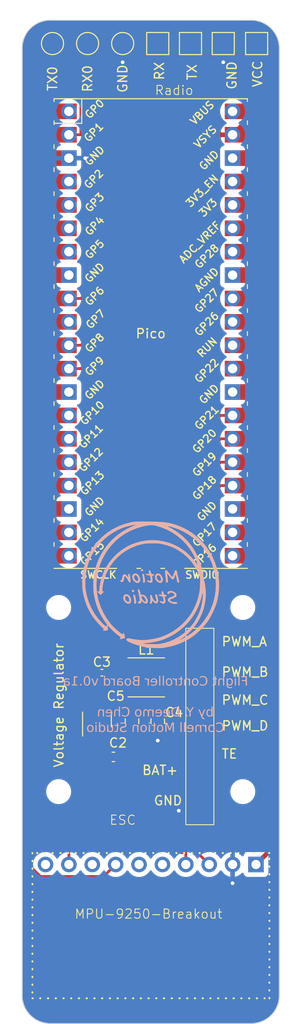
<source format=kicad_pcb>
(kicad_pcb (version 20221018) (generator pcbnew)
  (layers (0 "F.Cu" signal) (31 "B.Cu" power) (34 "B.Paste" user) (35 "F.Paste" user) (36 "B.SilkS" user "B.Silkscreen") (37 "F.SilkS" user "F.Silkscreen") (38 "B.Mask" user) (39 "F.Mask" user) (44 "Edge.Cuts" user))
  (net 0 "")
  (net 1 "+BATT")
  (net 2 "GND")
  (net 3 "Net-(Regulator1-BST)")
  (net 4 "Net-(Regulator1-SW)")
  (net 5 "+3V3")
  (net 6 "/PWM_A")
  (net 7 "/PWM_B")
  (net 8 "/PWM_C")
  (net 9 "/PWM_D")
  (net 10 "/TE")
  (net 11 "/SCK")
  (net 12 "/MOSI")
  (net 15 "/MISO")
  (net 17 "/CS")
  (net 19 "/RX")
  (net 20 "/TX")
  (net 21 "Net-(U1-GPIO0)")
  (net 22 "Net-(U1-GPIO1)")
  (footprint "TestPoint:TestPoint_Pad_D2.0mm" (layer "F.Cu") (at 139.192 34.798 90)
    (fp_text reference "TX0" (at -3.81 0 90) (layer "F.SilkS"))
    (fp_text value "TX0")
    (pad "1" smd circle (at 0 0 90) (size 1.5 1.5) (layers "F.Cu" "F.Mask") (net 21 "Net-(U1-GPIO0)"))
  )
  (footprint "Inductor_SMD:L_Abracon_ASPI-4030S" (layer "F.Cu") (at 149.376 103.632)
    (fp_text reference "L1" (at 0 -3) (layer "F.SilkS"))
    (fp_text value "4.7uH")
    (pad "1" smd roundrect (at -1.5 0) (size 1.1 3.4) (layers "F.Cu" "F.Paste" "F.Mask") (roundrect_rratio 0.1) (net 4 "Net-(Regulator1-SW)"))
    (pad "2" smd roundrect (at 1.5 0) (size 1.1 3.4) (layers "F.Cu" "F.Paste" "F.Mask") (roundrect_rratio 0.1) (net 5 "+3V3"))
  )
  (footprint "MCU_RaspberryPi_and_Boards:RPi_Pico_SMD_TH" (layer "F.Cu") (at 149.86 66.294)
    (fp_text reference "Pico" (at 0 0) (layer "F.SilkS"))
    (fp_text value "Pico")
    (fp_text user "GP12" (at -6.496 13.716 45) (layer "F.SilkS") (effects (font (size 0.8 0.8))))
    (fp_text user "3V3" (at 6.234 -13.664 45) (layer "F.SilkS") (effects (font (size 0.8 0.8))))
    (fp_text user "GP1" (at -6.196 -21.854 45) (layer "F.SilkS") (effects (font (size 0.8 0.8))))
    (fp_text user "AGND" (at 6.08 -5.842 45) (layer "F.SilkS") (effects (font (size 0.8 0.8))))
    (fp_text user "GP4" (at -6.096 -11.684 45) (layer "F.SilkS") (effects (font (size 0.8 0.8))))
    (fp_text user "GP9" (at -6.096 3.556 45) (layer "F.SilkS") (effects (font (size 0.8 0.8))))
    (fp_text user "GP0" (at -6.096 -24.384 45) (layer "F.SilkS") (effects (font (size 0.8 0.8))))
    (fp_text user "GP3" (at -6.096 -14.224 45) (layer "F.SilkS") (effects (font (size 0.8 0.8))))
    (fp_text user "GP26" (at 6.08 -1.034 45) (layer "F.SilkS") (effects (font (size 0.8 0.8))))
    (fp_text user "GND" (at -6.096 -19.304 45) (layer "F.SilkS") (effects (font (size 0.8 0.8))))
    (fp_text user "GND" (at 6.334 -18.814 45) (layer "F.SilkS") (effects (font (size 0.8 0.8))))
    (fp_text user "GP20" (at 5.842 11.684 45) (layer "F.SilkS") (effects (font (size 0.8 0.8))))
    (fp_text user "SWDIO" (at 5.6 26.2) (layer "F.SilkS") (effects (font (size 0.8 0.8))))
    (fp_text user "VBUS" (at 5.588 -23.964 45) (layer "F.SilkS") (effects (font (size 0.8 0.8))))
    (fp_text user "GND" (at 6.096 19.304 45) (layer "F.SilkS") (effects (font (size 0.8 0.8))))
    (fp_text user "GP19" (at 5.842 14.224 45) (layer "F.SilkS") (effects (font (size 0.8 0.8))))
    (fp_text user "GP6" (at -6.096 -4.064 45) (layer "F.SilkS") (effects (font (size 0.8 0.8))))
    (fp_text user "GP10" (at -6.35 8.636 45) (layer "F.SilkS") (effects (font (size 0.8 0.8))))
    (fp_text user "GP11" (at -6.496 11.176 45) (layer "F.SilkS") (effects (font (size 0.8 0.8))))
    (fp_text user "GND" (at -6.096 18.796 45) (layer "F.SilkS") (effects (font (size 0.8 0.8))))
    (fp_text user "GP18" (at 5.842 16.764 45) (layer "F.SilkS") (effects (font (size 0.8 0.8))))
    (fp_text user "3V3_EN" (at 5.588 -15.494 45) (layer "F.SilkS") (effects (font (size 0.8 0.8))))
    (fp_text user "GP28" (at 6.096 -8.382 45) (layer "F.SilkS") (effects (font (size 0.8 0.8))))
    (fp_text user "GP7" (at -5.996 -1.554 45) (layer "F.SilkS") (effects (font (size 0.8 0.8))))
    (fp_text user "GP13" (at -6.35 16.256 45) (layer "F.SilkS") (effects (font (size 0.8 0.8))))
    (fp_text user "GP14" (at -6.396 21.336 45) (layer "F.SilkS") (effects (font (size 0.8 0.8))))
    (fp_text user "SWCLK" (at -5.7 26.2) (layer "F.SilkS") (effects (font (size 0.8 0.8))))
    (fp_text user "GP8" (at -6.096 1.016 45) (layer "F.SilkS") (effects (font (size 0.8 0.8))))
    (fp_text user "GND" (at 6.334 6.586 45) (layer "F.SilkS") (effects (font (size 0.8 0.8))))
    (fp_text user "GP21" (at 6.08 9.136 45) (layer "F.SilkS") (effects (font (size 0.8 0.8))))
    (fp_text user "GP15" (at -6.35 23.876 45) (layer "F.SilkS") (effects (font (size 0.8 0.8))))
    (fp_text user "GP5" (at -6.096 -9.144 45) (layer "F.SilkS") (effects (font (size 0.8 0.8))))
    (fp_text user "ADC_VREF" (at 5.334 -9.906 45) (layer "F.SilkS") (effects (font (size 0.8 0.8))))
    (fp_text user "GP22" (at 6.08 4.046 45) (layer "F.SilkS") (effects (font (size 0.8 0.8))))
    (fp_text user "GP17" (at 5.842 21.844 45) (layer "F.SilkS") (effects (font (size 0.8 0.8))))
    (fp_text user "GND" (at -6.096 6.096 45) (layer "F.SilkS") (effects (font (size 0.8 0.8))))
    (fp_text user "GP2" (at -6.196 -16.764 45) (layer "F.SilkS") (effects (font (size 0.8 0.8))))
    (fp_text user "RUN" (at 6.134 1.506 45) (layer "F.SilkS") (effects (font (size 0.8 0.8))))
    (fp_text user "GND" (at -6.096 -6.604 45) (layer "F.SilkS") (effects (font (size 0.8 0.8))))
    (fp_text user "VSYS" (at 5.934 -21.354 45) (layer "F.SilkS") (effects (font (size 0.8 0.8))))
    (fp_text user "GP16" (at 5.842 24.13 45) (layer "F.SilkS") (effects (font (size 0.8 0.8))))
    (fp_text user "GP27" (at 6.08 -3.564 45) (layer "F.SilkS") (effects (font (size 0.8 0.8))))
    (pad "1" thru_hole oval (at -8.89 -24.13) (size 1.7 1.7) (drill 1.02) (layers "*.Cu" "*.Mask") (net 21 "Net-(U1-GPIO0)"))
    (pad "1" smd rect (at -8.89 -24.13) (size 3.5 1.7) (drill (offset -0.9 0)) (layers "F.Cu" "F.Mask") (net 21 "Net-(U1-GPIO0)"))
    (pad "2" thru_hole oval (at -8.89 -21.59) (size 1.7 1.7) (drill 1.02) (layers "*.Cu" "*.Mask") (net 22 "Net-(U1-GPIO1)"))
    (pad "2" smd rect (at -8.89 -21.59) (size 3.5 1.7) (drill (offset -0.9 0)) (layers "F.Cu" "F.Mask") (net 22 "Net-(U1-GPIO1)"))
    (pad "3" thru_hole rect (at -8.89 -19.05) (size 1.7 1.7) (drill 1.02) (layers "*.Cu" "*.Mask") (net 2 "GND"))
    (pad "3" smd rect (at -8.89 -19.05) (size 3.5 1.7) (drill (offset -0.9 0)) (layers "F.Cu" "F.Mask") (net 2 "GND"))
    (pad "4" thru_hole oval (at -8.89 -16.51) (size 1.7 1.7) (drill 1.02) (layers "*.Cu" "*.Mask"))
    (pad "4" smd rect (at -8.89 -16.51) (size 3.5 1.7) (drill (offset -0.9 0)) (layers "F.Cu" "F.Mask"))
    (pad "5" thru_hole oval (at -8.89 -13.97) (size 1.7 1.7) (drill 1.02) (layers "*.Cu" "*.Mask"))
    (pad "5" smd rect (at -8.89 -13.97) (size 3.5 1.7) (drill (offset -0.9 0)) (layers "F.Cu" "F.Mask"))
    (pad "6" thru_hole oval (at -8.89 -11.43) (size 1.7 1.7) (drill 1.02) (layers "*.Cu" "*.Mask") (net 15 "/MISO"))
    (pad "6" smd rect (at -8.89 -11.43) (size 3.5 1.7) (drill (offset -0.9 0)) (layers "F.Cu" "F.Mask") (net 15 "/MISO"))
    (pad "7" thru_hole oval (at -8.89 -8.89) (size 1.7 1.7) (drill 1.02) (layers "*.Cu" "*.Mask") (net 17 "/CS"))
    (pad "7" smd rect (at -8.89 -8.89) (size 3.5 1.7) (drill (offset -0.9 0)) (layers "F.Cu" "F.Mask") (net 17 "/CS"))
    (pad "8" thru_hole rect (at -8.89 -6.35) (size 1.7 1.7) (drill 1.02) (layers "*.Cu" "*.Mask"))
    (pad "8" smd rect (at -8.89 -6.35) (size 3.5 1.7) (drill (offset -0.9 0)) (layers "F.Cu" "F.Mask"))
    (pad "9" thru_hole oval (at -8.89 -3.81) (size 1.7 1.7) (drill 1.02) (layers "*.Cu" "*.Mask") (net 11 "/SCK"))
    (pad "9" smd rect (at -8.89 -3.81) (size 3.5 1.7) (drill (offset -0.9 0)) (layers "F.Cu" "F.Mask") (net 11 "/SCK"))
    (pad "10" thru_hole oval (at -8.89 -1.27) (size 1.7 1.7) (drill 1.02) (layers "*.Cu" "*.Mask") (net 12 "/MOSI"))
    (pad "10" smd rect (at -8.89 -1.27) (size 3.5 1.7) (drill (offset -0.9 0)) (layers "F.Cu" "F.Mask") (net 12 "/MOSI"))
    (pad "11" thru_hole oval (at -8.89 1.27) (size 1.7 1.7) (drill 1.02) (layers "*.Cu" "*.Mask") (net 20 "/TX"))
    (pad "11" smd rect (at -8.89 1.27) (size 3.5 1.7) (drill (offset -0.9 0)) (layers "F.Cu" "F.Mask") (net 20 "/TX"))
    (pad "12" thru_hole oval (at -8.89 3.81) (size 1.7 1.7) (drill 1.02) (layers "*.Cu" "*.Mask") (net 19 "/RX"))
    (pad "12" smd rect (at -8.89 3.81) (size 3.5 1.7) (drill (offset -0.9 0)) (layers "F.Cu" "F.Mask") (net 19 "/RX"))
    (pad "13" thru_hole rect (at -8.89 6.35) (size 1.7 1.7) (drill 1.02) (layers "*.Cu" "*.Mask"))
    (pad "13" smd rect (at -8.89 6.35) (size 3.5 1.7) (drill (offset -0.9 0)) (layers "F.Cu" "F.Mask"))
    (pad "14" thru_hole oval (at -8.89 8.89) (size 1.7 1.7) (drill 1.02) (layers "*.Cu" "*.Mask"))
    (pad "14" smd rect (at -8.89 8.89) (size 3.5 1.7) (drill (offset -0.9 0)) (layers "F.Cu" "F.Mask"))
    (pad "15" thru_hole oval (at -8.89 11.43) (size 1.7 1.7) (drill 1.02) (layers "*.Cu" "*.Mask"))
    (pad "15" smd rect (at -8.89 11.43) (size 3.5 1.7) (drill (offset -0.9 0)) (layers "F.Cu" "F.Mask"))
    (pad "16" thru_hole oval (at -8.89 13.97) (size 1.7 1.7) (drill 1.02) (layers "*.Cu" "*.Mask"))
    (pad "16" smd rect (at -8.89 13.97) (size 3.5 1.7) (drill (offset -0.9 0)) (layers "F.Cu" "F.Mask"))
    (pad "17" thru_hole oval (at -8.89 16.51) (size 1.7 1.7) (drill 1.02) (layers "*.Cu" "*.Mask"))
    (pad "17" smd rect (at -8.89 16.51) (size 3.5 1.7) (drill (offset -0.9 0)) (layers "F.Cu" "F.Mask"))
    (pad "18" thru_hole rect (at -8.89 19.05) (size 1.7 1.7) (drill 1.02) (layers "*.Cu" "*.Mask"))
    (pad "18" smd rect (at -8.89 19.05) (size 3.5 1.7) (drill (offset -0.9 0)) (layers "F.Cu" "F.Mask"))
    (pad "19" thru_hole oval (at -8.89 21.59) (size 1.7 1.7) (drill 1.02) (layers "*.Cu" "*.Mask"))
    (pad "19" smd rect (at -8.89 21.59) (size 3.5 1.7) (drill (offset -0.9 0)) (layers "F.Cu" "F.Mask"))
    (pad "20" thru_hole oval (at -8.89 24.13) (size 1.7 1.7) (drill 1.02) (layers "*.Cu" "*.Mask"))
    (pad "20" smd rect (at -8.89 24.13) (size 3.5 1.7) (drill (offset -0.9 0)) (layers "F.Cu" "F.Mask"))
    (pad "21" thru_hole oval (at 8.89 24.13) (size 1.7 1.7) (drill 1.02) (layers "*.Cu" "*.Mask"))
    (pad "21" smd rect (at 8.89 24.13) (size 3.5 1.7) (drill (offset 0.9 0)) (layers "F.Cu" "F.Mask"))
    (pad "22" thru_hole oval (at 8.89 21.59) (size 1.7 1.7) (drill 1.02) (layers "*.Cu" "*.Mask"))
    (pad "22" smd rect (at 8.89 21.59) (size 3.5 1.7) (drill (offset 0.9 0)) (layers "F.Cu" "F.Mask"))
    (pad "23" thru_hole rect (at 8.89 19.05) (size 1.7 1.7) (drill 1.02) (layers "*.Cu" "*.Mask"))
    (pad "23" smd rect (at 8.89 19.05) (size 3.5 1.7) (drill (offset 0.9 0)) (layers "F.Cu" "F.Mask"))
    (pad "24" thru_hole oval (at 8.89 16.51) (size 1.7 1.7) (drill 1.02) (layers "*.Cu" "*.Mask") (net 6 "/PWM_A"))
    (pad "24" smd rect (at 8.89 16.51) (size 3.5 1.7) (drill (offset 0.9 0)) (layers "F.Cu" "F.Mask") (net 6 "/PWM_A"))
    (pad "25" thru_hole oval (at 8.89 13.97) (size 1.7 1.7) (drill 1.02) (layers "*.Cu" "*.Mask") (net 7 "/PWM_B"))
    (pad "25" smd rect (at 8.89 13.97) (size 3.5 1.7) (drill (offset 0.9 0)) (layers "F.Cu" "F.Mask") (net 7 "/PWM_B"))
    (pad "26" thru_hole oval (at 8.89 11.43) (size 1.7 1.7) (drill 1.02) (layers "*.Cu" "*.Mask") (net 8 "/PWM_C"))
    (pad "26" smd rect (at 8.89 11.43) (size 3.5 1.7) (drill (offset 0.9 0)) (layers "F.Cu" "F.Mask") (net 8 "/PWM_C"))
    (pad "27" thru_hole oval (at 8.89 8.89) (size 1.7 1.7) (drill 1.02) (layers "*.Cu" "*.Mask") (net 9 "/PWM_D"))
    (pad "27" smd rect (at 8.89 8.89) (size 3.5 1.7) (drill (offset 0.9 0)) (layers "F.Cu" "F.Mask") (net 9 "/PWM_D"))
    (pad "28" thru_hole rect (at 8.89 6.35) (size 1.7 1.7) (drill 1.02) (layers "*.Cu" "*.Mask"))
    (pad "28" smd rect (at 8.89 6.35) (size 3.5 1.7) (drill (offset 0.9 0)) (layers "F.Cu" "F.Mask"))
    (pad "29" thru_hole oval (at 8.89 3.81) (size 1.7 1.7) (drill 1.02) (layers "*.Cu" "*.Mask") (net 10 "/TE"))
    (pad "29" smd rect (at 8.89 3.81) (size 3.5 1.7) (drill (offset 0.9 0)) (layers "F.Cu" "F.Mask") (net 10 "/TE"))
    (pad "30" thru_hole oval (at 8.89 1.27) (size 1.7 1.7) (drill 1.02) (layers "*.Cu" "*.Mask"))
    (pad "30" smd rect (at 8.89 1.27) (size 3.5 1.7) (drill (offset 0.9 0)) (layers "F.Cu" "F.Mask"))
    (pad "31" thru_hole oval (at 8.89 -1.27) (size 1.7 1.7) (drill 1.02) (layers "*.Cu" "*.Mask"))
    (pad "31" smd rect (at 8.89 -1.27) (size 3.5 1.7) (drill (offset 0.9 0)) (layers "F.Cu" "F.Mask"))
    (pad "32" thru_hole oval (at 8.89 -3.81) (size 1.7 1.7) (drill 1.02) (layers "*.Cu" "*.Mask"))
    (pad "32" smd rect (at 8.89 -3.81) (size 3.5 1.7) (drill (offset 0.9 0)) (layers "F.Cu" "F.Mask"))
    (pad "33" thru_hole rect (at 8.89 -6.35) (size 1.7 1.7) (drill 1.02) (layers "*.Cu" "*.Mask"))
    (pad "33" smd rect (at 8.89 -6.35) (size 3.5 1.7) (drill (offset 0.9 0)) (layers "F.Cu" "F.Mask"))
    (pad "34" thru_hole oval (at 8.89 -8.89) (size 1.7 1.7) (drill 1.02) (layers "*.Cu" "*.Mask"))
    (pad "34" smd rect (at 8.89 -8.89) (size 3.5 1.7) (drill (offset 0.9 0)) (layers "F.Cu" "F.Mask"))
    (pad "35" thru_hole oval (at 8.89 -11.43) (size 1.7 1.7) (drill 1.02) (layers "*.Cu" "*.Mask"))
    (pad "35" smd rect (at 8.89 -11.43) (size 3.5 1.7) (drill (offset 0.9 0)) (layers "F.Cu" "F.Mask"))
    (pad "36" thru_hole oval (at 8.89 -13.97) (size 1.7 1.7) (drill 1.02) (layers "*.Cu" "*.Mask"))
    (pad "36" smd rect (at 8.89 -13.97) (size 3.5 1.7) (drill (offset 0.9 0)) (layers "F.Cu" "F.Mask"))
    (pad "37" thru_hole oval (at 8.89 -16.51) (size 1.7 1.7) (drill 1.02) (layers "*.Cu" "*.Mask"))
    (pad "37" smd rect (at 8.89 -16.51) (size 3.5 1.7) (drill (offset 0.9 0)) (layers "F.Cu" "F.Mask"))
    (pad "38" thru_hole rect (at 8.89 -19.05) (size 1.7 1.7) (drill 1.02) (layers "*.Cu" "*.Mask"))
    (pad "38" smd rect (at 8.89 -19.05) (size 3.5 1.7) (drill (offset 0.9 0)) (layers "F.Cu" "F.Mask"))
    (pad "39" thru_hole oval (at 8.89 -21.59) (size 1.7 1.7) (drill 1.02) (layers "*.Cu" "*.Mask") (net 5 "+3V3"))
    (pad "39" smd rect (at 8.89 -21.59) (size 3.5 1.7) (drill (offset 0.9 0)) (layers "F.Cu" "F.Mask") (net 5 "+3V3"))
    (pad "40" thru_hole oval (at 8.89 -24.13) (size 1.7 1.7) (drill 1.02) (layers "*.Cu" "*.Mask"))
    (pad "40" smd rect (at 8.89 -24.13) (size 3.5 1.7) (drill (offset 0.9 0)) (layers "F.Cu" "F.Mask"))
  )
  (footprint "MountingHole:MountingHole_2.2mm_M2" (layer "F.Cu") (at 159.86 116.04 180)
    (fp_text reference "H3" hide)
    (fp_text value "MountingHole")
    (pad "" np_thru_hole circle (at 0 0 180) (size 2.2 2.2) (drill 2.2) (layers "*.Cu" "*.Mask"))
  )
  (footprint "footprint:ESC" (layer "F.Cu") (at 155.194 99.822 -90)
    (fp_text reference "ESC" (at 19.304 8.382 unlocked) (layer "F.SilkS") (effects (font (thickness 0.1))))
    (fp_text value "~")
    (pad "1" smd rect (at 0 0 270) (size 2 2) (layers "F.Cu" "F.Mask") (net 6 "/PWM_A"))
    (pad "2" smd rect (at 3.048 0 270) (size 2 2) (layers "F.Cu" "F.Mask") (net 7 "/PWM_B"))
    (pad "3" smd rect (at 6.096 0 270) (size 2 2) (layers "F.Cu" "F.Mask") (net 8 "/PWM_C"))
    (pad "4" smd rect (at 9.144 0 270) (size 2 2) (layers "F.Cu" "F.Mask") (net 9 "/PWM_D"))
    (pad "5" smd rect (at 15.24 0 270) (size 2 2) (layers "F.Cu" "F.Mask") (net 1 "+BATT"))
    (pad "6" smd rect (at 12.192 0 270) (size 2 2) (layers "F.Cu" "F.Mask") (net 10 "/TE"))
    (pad "7" smd rect (at 18.288 0 270) (size 2 2) (layers "F.Cu" "F.Mask") (net 2 "GND"))
  )
  (footprint "Capacitor_SMD:C_0402_1005Metric" (layer "F.Cu") (at 144.554 103.124)
    (fp_text reference "C3" (at 0 -1.16) (layer "F.SilkS"))
    (fp_text value "0.1uF")
    (pad "1" smd roundrect (at -0.48 0) (size 0.56 0.62) (layers "F.Cu" "F.Paste" "F.Mask") (net 3 "Net-(Regulator1-BST)"))
    (pad "2" smd roundrect (at 0.48 0) (size 0.56 0.62) (layers "F.Cu" "F.Paste" "F.Mask") (net 4 "Net-(Regulator1-SW)"))
  )
  (footprint "Package_TO_SOT_SMD:TSOT-23-6" (layer "F.Cu") (at 144.018 108.204 90)
    (fp_text reference "Voltage Regulator" (at 1.542 -4.13 90) (layer "F.SilkS"))
    (fp_text value "AP63203WU")
    (pad "1" smd roundrect (at -1.1375 -0.95 90) (size 1.325 0.6) (layers "F.Cu" "F.Paste" "F.Mask") (net 5 "+3V3"))
    (pad "2" smd roundrect (at -1.1375 0 90) (size 1.325 0.6) (layers "F.Cu" "F.Paste" "F.Mask") (net 1 "+BATT"))
    (pad "3" smd roundrect (at -1.1375 0.95 90) (size 1.325 0.6) (layers "F.Cu" "F.Paste" "F.Mask") (net 1 "+BATT"))
    (pad "4" smd roundrect (at 1.1375 0.95 90) (size 1.325 0.6) (layers "F.Cu" "F.Paste" "F.Mask") (net 2 "GND"))
    (pad "5" smd roundrect (at 1.1375 0 90) (size 1.325 0.6) (layers "F.Cu" "F.Paste" "F.Mask") (net 4 "Net-(Regulator1-SW)"))
    (pad "6" smd roundrect (at 1.1375 -0.95 90) (size 1.325 0.6) (layers "F.Cu" "F.Paste" "F.Mask") (net 3 "Net-(Regulator1-BST)"))
  )
  (footprint "Capacitor_SMD:C_0603_1608Metric" (layer "F.Cu") (at 145.809 112.268)
    (fp_text reference "C2" (at 0.495 -1.524) (layer "F.SilkS"))
    (fp_text value "10uF")
    (pad "1" smd roundrect (at -0.775 0) (size 0.9 0.95) (layers "F.Cu" "F.Paste" "F.Mask") (net 1 "+BATT"))
    (pad "2" smd roundrect (at 0.775 0) (size 0.9 0.95) (layers "F.Cu" "F.Paste" "F.Mask") (net 2 "GND"))
  )
  (footprint "TestPoint:TestPoint_Pad_D2.0mm" (layer "F.Cu") (at 146.812 34.798 90)
    (fp_text reference "GND" (at -3.81 0 90) (layer "F.SilkS"))
    (fp_text value "GND")
    (pad "1" smd circle (at 0 0 90) (size 1.5 1.5) (layers "F.Cu" "F.Mask") (net 2 "GND"))
  )
  (footprint "MountingHole:MountingHole_2.2mm_M2" (layer "F.Cu") (at 139.86 116.04 180)
    (fp_text reference "H4" hide)
    (fp_text value "MountingHole")
    (pad "" np_thru_hole circle (at 0 0 180) (size 2.2 2.2) (drill 2.2) (layers "*.Cu" "*.Mask"))
  )
  (footprint "Capacitor_SMD:C_0805_2012Metric" (layer "F.Cu") (at 150.622 108.392 -90)
    (fp_text reference "C4" (at -0.95 -1.778) (layer "F.SilkS"))
    (fp_text value "22uF")
    (pad "1" smd roundrect (at -0.95 0 270) (size 1 1.45) (layers "F.Cu" "F.Paste" "F.Mask") (net 5 "+3V3"))
    (pad "2" smd roundrect (at 0.95 0 270) (size 1 1.45) (layers "F.Cu" "F.Paste" "F.Mask") (net 2 "GND"))
  )
  (footprint "MountingHole:MountingHole_2.2mm_M2" (layer "F.Cu") (at 159.86 96.04 180)
    (fp_text reference "H1" hide)
    (fp_text value "MountingHole")
    (pad "" np_thru_hole circle (at 0 0 180) (size 2.2 2.2) (drill 2.2) (layers "*.Cu" "*.Mask"))
  )
  (footprint "TestPoint:TestPoint_Pad_D2.0mm" (layer "F.Cu") (at 143.002 34.798 90)
    (fp_text reference "RX0" (at -3.81 0 90) (layer "F.SilkS"))
    (fp_text value "TX1")
    (pad "1" smd circle (at 0 0 90) (size 1.5 1.5) (layers "F.Cu" "F.Mask") (net 22 "Net-(U1-GPIO1)"))
  )
  (footprint "footprint:Radio" (layer "F.Cu") (at 162.56 35.998 180)
    (fp_text reference "Radio" (at 10.16 -3.88 unlocked) (layer "F.SilkS") (effects (font (thickness 0.1))))
    (fp_text value "~")
    (pad "1" smd rect (at 1.2 1.2 180) (size 2 2) (layers "F.Cu" "F.Mask") (net 5 "+3V3"))
    (pad "2" smd rect (at 4.826 1.2 180) (size 2 2) (layers "F.Cu" "F.Mask") (net 2 "GND"))
    (pad "3" smd rect (at 8.382 1.2 180) (size 2 2) (layers "F.Cu" "F.Mask") (net 19 "/RX"))
    (pad "4" smd rect (at 11.938 1.2 180) (size 2 2) (layers "F.Cu" "F.Mask") (net 20 "/TX"))
  )
  (footprint "Connector_PinHeader_2.54mm:MPU9250-Breakout" (layer "F.Cu") (at 150.302 130.578 -90)
    (fp_text reference locked "MPU-9250-Breakout" (at -1.254 0.678 unlocked) (layer "F.SilkS") (effects (font (thickness 0.1))))
    (fp_text value "~" hide)
    (pad "1" thru_hole rect (at -6.626 -10.988 270) (size 1.7 1.7) (drill 1) (layers "*.Cu" "*.Mask") (net 5 "+3V3"))
    (pad "2" thru_hole oval (at -6.626 -8.448 270) (size 1.7 1.7) (drill 1) (layers "*.Cu" "*.Mask") (net 2 "GND"))
    (pad "3" thru_hole oval (at -6.626 -5.908 270) (size 1.7 1.7) (drill 1) (layers "*.Cu" "*.Mask") (net 11 "/SCK"))
    (pad "4" thru_hole oval (at -6.626 -3.368 270) (size 1.7 1.7) (drill 1) (layers "*.Cu" "*.Mask") (net 12 "/MOSI"))
    (pad "5" thru_hole oval (at -6.626 -0.828 270) (size 1.7 1.7) (drill 1) (layers "*.Cu" "*.Mask"))
    (pad "6" thru_hole oval (at -6.626 1.712 270) (size 1.7 1.7) (drill 1) (layers "*.Cu" "*.Mask"))
    (pad "7" thru_hole oval (at -6.626 4.252 270) (size 1.7 1.7) (drill 1) (layers "*.Cu" "*.Mask") (net 15 "/MISO"))
    (pad "8" thru_hole oval (at -6.626 6.792 270) (size 1.7 1.7) (drill 1) (layers "*.Cu" "*.Mask"))
    (pad "9" thru_hole oval (at -6.626 9.332 270) (size 1.7 1.7) (drill 1) (layers "*.Cu" "*.Mask") (net 17 "/CS"))
    (pad "10" thru_hole oval (at -6.626 11.872 270) (size 1.7 1.7) (drill 1) (layers "*.Cu" "*.Mask"))
  )
  (footprint "MountingHole:MountingHole_2.2mm_M2" (layer "F.Cu") (at 139.86 96.04 180)
    (fp_text reference "H2" hide)
    (fp_text value "MountingHole")
    (pad "" np_thru_hole circle (at 0 0 180) (size 2.2 2.2) (drill 2.2) (layers "*.Cu" "*.Mask"))
  )
  (footprint "Capacitor_SMD:C_0805_2012Metric" (layer "F.Cu") (at 147.828 108.392 -90)
    (fp_text reference "C5" (at -2.728 1.778) (layer "F.SilkS"))
    (fp_text value "22uF")
    (pad "1" smd roundrect (at -0.95 0 270) (size 1 1.45) (layers "F.Cu" "F.Paste" "F.Mask") (net 5 "+3V3"))
    (pad "2" smd roundrect (at 0.95 0 270) (size 1 1.45) (layers "F.Cu" "F.Paste" "F.Mask") (net 2 "GND"))
  )
  (footprint "LOGO" (layer "B.Cu") (at 149.86 93.472 180)
    (fp_text reference "G***" hide)
    (fp_text value "LOGO" hide)
  )
  (gr_arc (start 138.938 141.224) (mid 136.782739 140.331261) (end 135.89 138.176) (stroke (width 0.1)) (layer "Edge.Cuts"))
  (gr_line (start 138.938 32.258) (end 160.782 32.258) (stroke (width 0.1)) (layer "Edge.Cuts"))
  (gr_line (start 135.89 35.306) (end 135.89 138.176) (stroke (width 0.1)) (layer "Edge.Cuts"))
  (gr_arc (start 135.89 35.306) (mid 136.782739 33.150739) (end 138.938 32.258) (stroke (width 0.1)) (layer "Edge.Cuts"))
  (gr_arc (start 163.83 138.176) (mid 162.937261 140.331261) (end 160.782 141.224) (stroke (width 0.1)) (layer "Edge.Cuts"))
  (gr_line (start 163.83 35.306) (end 163.83 138.176) (stroke (width 0.1)) (layer "Edge.Cuts"))
  (gr_arc (start 160.782 32.258) (mid 162.937261 33.150739) (end 163.83 35.306) (stroke (width 0.1)) (layer "Edge.Cuts"))
  (gr_line (start 138.938 141.224) (end 160.782 141.224) (stroke (width 0.1)) (layer "Edge.Cuts"))
  (gr_text "Flight Controller Board v0.1a\n\nby Y. Deemo Chen\nCornell Motion Studio" (at 150.368 109.728) (layer "B.SilkS") (effects (font (size 1 1) (thickness 0.125)) (justify bottom mirror)))
  (gr_text "PWM_D" (at 157.48 109.474) (layer "F.SilkS") (effects (font (size 1 1)) (justify left bottom)))
  (gr_text "BAT+" (at 148.844 114.3) (layer "F.SilkS") (effects (font (size 1 1)) (justify left bottom)))
  (gr_text "PWM_A" (at 157.48 100.33) (layer "F.SilkS") (effects (font (size 1 1)) (justify left bottom)))
  (gr_text "GND" (at 150.114 117.602) (layer "F.SilkS") (effects (font (size 1 1)) (justify left bottom)))
  (gr_text "RX" (at 151.384 38.862 90) (layer "F.SilkS") (effects (font (size 1 1)) (justify left bottom)))
  (gr_text "PWM_B" (at 157.48 103.632) (layer "F.SilkS") (effects (font (size 1 1)) (justify left bottom)))
  (gr_text "TX" (at 154.94 38.862 90) (layer "F.SilkS") (effects (font (size 1 1)) (justify left bottom)))
  (gr_text "VCC" (at 162.052 39.624 90) (layer "F.SilkS") (effects (font (size 1 1)) (justify left bottom)))
  (gr_text "PWM_C" (at 157.48 106.68) (layer "F.SilkS") (effects (font (size 1 1)) (justify left bottom)))
  (gr_text "GND" (at 159.258 39.878 90) (layer "F.SilkS") (effects (font (size 1 1)) (justify left bottom)))
  (gr_text "TE" (at 157.48 112.522) (layer "F.SilkS") (effects (font (size 1 1)) (justify left bottom)))
  (segment (start 147.575782 115.062) (end 145.034 112.520218) (width 0.75) (layer "F.Cu") (net 1))
  (segment (start 144.968 109.3415) (end 144.043 109.3415) (width 0.75) (layer "F.Cu") (net 1))
  (segment (start 155.194 115.062) (end 147.575782 115.062) (width 0.75) (layer "F.Cu") (net 1))
  (segment (start 145.034 112.268) (end 145.034 109.4075) (width 0.75) (layer "F.Cu") (net 1))
  (segment (start 145.034 109.4075) (end 144.968 109.3415) (width 0.75) (layer "F.Cu") (net 1))
  (segment (start 144.968 112.202) (end 145.034 112.268) (width 0.3) (layer "F.Cu") (net 1))
  (segment (start 145.034 112.520218) (end 145.034 112.268) (width 0.8) (layer "F.Cu") (net 1))
  (segment (start 140.97 47.244) (end 142.748 47.244) (width 0.5) (layer "F.Cu") (net 2))
  (segment (start 157.734 34.798) (end 157.734 36.83) (width 0.5) (layer "F.Cu") (net 2))
  (segment (start 145.552 107.066) (end 147.828 109.342) (width 0.5) (layer "F.Cu") (net 2))
  (segment (start 147.828 109.342) (end 150.622 109.342) (width 0.5) (layer "F.Cu") (net 2))
  (segment (start 146.812 34.798) (end 146.812 36.83) (width 0.5) (layer "F.Cu") (net 2))
  (segment (start 144.9685 107.066) (end 144.968 107.0665) (width 0.3) (layer "F.Cu") (net 2))
  (segment (start 155.194 118.11) (end 152.908 118.11) (width 0.5) (layer "F.Cu") (net 2))
  (segment (start 146.584 110.586) (end 147.828 109.342) (width 0.5) (layer "F.Cu") (net 2))
  (segment (start 146.584 112.268) (end 146.584 110.586) (width 0.5) (layer "F.Cu") (net 2))
  (segment (start 150.622 109.342) (end 150.622 110.49) (width 0.5) (layer "F.Cu") (net 2))
  (segment (start 144.968 107.066) (end 144.9685 107.066) (width 0.5) (layer "F.Cu") (net 2))
  (segment (start 158.75 123.952) (end 158.75 125.984) (width 0.5) (layer "F.Cu") (net 2))
  (segment (start 144.9685 107.066) (end 145.552 107.066) (width 0.5) (layer "F.Cu") (net 2))
  (via (at 157.734 36.83) (size 0.8) (drill 0.4) (layers "F.Cu" "B.Cu") (net 2))
  (via (at 152.908 118.11) (size 0.8) (drill 0.4) (layers "F.Cu" "B.Cu") (net 2))
  (via (at 146.812 36.83) (size 0.8) (drill 0.4) (layers "F.Cu" "B.Cu") (net 2))
  (via (at 150.622 110.49) (size 0.8) (drill 0.4) (layers "F.Cu" "B.Cu") (net 2))
  (via (at 142.748 47.244) (size 0.8) (drill 0.4) (layers "F.Cu" "B.Cu") (net 2))
  (via (at 158.75 125.984) (size 0.8) (drill 0.4) (layers "F.Cu" "B.Cu") (net 2))
  (segment (start 141.732 103.886) (end 142.494 103.124) (width 0.65) (layer "F.Cu") (net 3))
  (segment (start 143.068 107.0665) (end 141.732 105.7305) (width 0.65) (layer "F.Cu") (net 3))
  (segment (start 141.732 105.7305) (end 141.732 103.886) (width 0.65) (layer "F.Cu") (net 3))
  (segment (start 142.494 103.124) (end 144.074 103.124) (width 0.65) (layer "F.Cu") (net 3))
  (segment (start 144.018 106.257984) (end 145.034 105.241984) (width 0.65) (layer "F.Cu") (net 4))
  (segment (start 144.018 107.0665) (end 144.018 106.257984) (width 0.65) (layer "F.Cu") (net 4))
  (segment (start 147.7435 103.124) (end 147.876 103.2565) (width 0.65) (layer "F.Cu") (net 4))
  (segment (start 145.034 103.124) (end 147.7435 103.124) (width 0.65) (layer "F.Cu") (net 4))
  (segment (start 145.034 105.241984) (end 145.034 103.124) (width 0.65) (layer "F.Cu") (net 4))
  (segment (start 159.89 43.564) (end 158.75 44.704) (width 0.5) (layer "F.Cu") (net 5))
  (segment (start 150.876 103.2565) (end 148.6759 101.0564) (width 0.5) (layer "F.Cu") (net 5))
  (segment (start 156.718 45.4341) (end 157.4481 44.704) (width 0.5) (layer "F.Cu") (net 5))
  (segment (start 150.622 103.5105) (end 150.876 103.2565) (width 0.3) (layer "F.Cu") (net 5))
  (segment (start 161.29 123.952) (end 162.5519 122.6901) (width 0.5) (layer "F.Cu") (net 5))
  (segment (start 148.6759 77.0781) (end 156.718 69.036) (width 0.5) (layer "F.Cu") (net 5))
  (segment (start 158.75 44.704) (end 157.4496 44.704) (width 0.5) (layer "F.Cu") (net 5))
  (segment (start 148.6759 101.0564) (end 148.6759 77.0781) (width 0.5) (layer "F.Cu") (net 5))
  (segment (start 140.462 106.7355) (end 140.462 103.378) (width 0.5) (layer "F.Cu") (net 5))
  (segment (start 156.718 40.8919) (end 156.718 43.9724) (width 0.5) (layer "F.Cu") (net 5))
  (segment (start 161.36 34.798) (end 161.36 36.2499) (width 0.5) (layer "F.Cu") (net 5))
  (segment (start 162.5519 122.6901) (end 162.5519 44.488082) (width 0.5) (layer "F.Cu") (net 5))
  (segment (start 150.876 107.188) (end 150.622 107.442) (width 0.3) (layer "F.Cu") (net 5))
  (segment (start 147.828 107.442) (end 150.622 107.442) (width 0.5) (layer "F.Cu") (net 5))
  (segment (start 162.5519 44.488082) (end 161.627818 43.564) (width 0.5) (layer "F.Cu") (net 5))
  (segment (start 140.462 103.378) (end 142.7836 101.0564) (width 0.5) (layer "F.Cu") (net 5))
  (segment (start 156.718 69.036) (end 156.718 45.4341) (width 0.5) (layer "F.Cu") (net 5))
  (segment (start 157.4481 44.7025) (end 157.4496 44.704) (width 0.3) (layer "F.Cu") (net 5))
  (segment (start 143.068 109.3415) (end 143.068 109.286) (width 0.5) (layer "F.Cu") (net 5))
  (segment (start 150.876 103.2565) (end 150.876 107.188) (width 0.5) (layer "F.Cu") (net 5))
  (segment (start 161.627818 43.564) (end 159.89 43.564) (width 0.5) (layer "F.Cu") (net 5))
  (segment (start 143.068 109.3415) (end 140.462 106.7355) (width 0.5) (layer "F.Cu") (net 5))
  (segment (start 161.36 36.2499) (end 156.718 40.8919) (width 0.5) (layer "F.Cu") (net 5))
  (segment (start 142.7836 101.0564) (end 148.6759 101.0564) (width 0.5) (layer "F.Cu") (net 5))
  (segment (start 157.4481 44.704) (end 157.4496 44.704) (width 0.3) (layer "F.Cu") (net 5))
  (segment (start 156.718 43.9724) (end 157.4481 44.7025) (width 0.5) (layer "F.Cu") (net 5))
  (segment (start 158.75 82.804) (end 157.4481 82.804) (width 0.3) (layer "F.Cu") (net 6))
  (segment (start 155.194 85.0581) (end 157.4481 82.804) (width 0.3) (layer "F.Cu") (net 6))
  (segment (start 155.194 99.822) (end 155.194 85.0581) (width 0.3) (layer "F.Cu") (net 6))
  (segment (start 153.7421 101.0091) (end 154.1511 101.4181) (width 0.3) (layer "F.Cu") (net 7))
  (segment (start 157.4481 80.264) (end 153.7421 83.97) (width 0.3) (layer "F.Cu") (net 7))
  (segment (start 155.194 102.87) (end 155.194 101.4181) (width 0.3) (layer "F.Cu") (net 7))
  (segment (start 158.75 80.264) (end 157.4481 80.264) (width 0.3) (layer "F.Cu") (net 7))
  (segment (start 154.1511 101.4181) (end 155.194 101.4181) (width 0.3) (layer "F.Cu") (net 7))
  (segment (start 153.7421 83.97) (end 153.7421 101.0091) (width 0.3) (layer "F.Cu") (net 7))
  (segment (start 155.194 105.918) (end 155.194 104.4661) (width 0.3) (layer "F.Cu") (net 8))
  (segment (start 153.1273 103.4856) (end 153.1273 82.0448) (width 0.3) (layer "F.Cu") (net 8))
  (segment (start 155.194 104.4661) (end 154.1078 104.4661) (width 0.3) (layer "F.Cu") (net 8))
  (segment (start 153.1273 82.0448) (end 157.4481 77.724) (width 0.3) (layer "F.Cu") (net 8))
  (segment (start 154.1078 104.4661) (end 153.1273 103.4856) (width 0.3) (layer "F.Cu") (net 8))
  (segment (start 158.75 77.724) (end 157.4481 77.724) (width 0.3) (layer "F.Cu") (net 8))
  (segment (start 152.5254 105.9317) (end 152.5254 80.1067) (width 0.3) (layer "F.Cu") (net 9))
  (segment (start 158.75 75.184) (end 157.4481 75.184) (width 0.3) (layer "F.Cu") (net 9))
  (segment (start 155.194 107.5141) (end 154.1078 107.5141) (width 0.3) (layer "F.Cu") (net 9))
  (segment (start 155.194 108.966) (end 155.194 107.5141) (width 0.3) (layer "F.Cu") (net 9))
  (segment (start 152.5254 80.1067) (end 157.4481 75.184) (width 0.3) (layer "F.Cu") (net 9))
  (segment (start 154.1078 107.5141) (end 152.5254 105.9317) (width 0.3) (layer "F.Cu") (net 9))
  (segment (start 161.8519 70.104) (end 161.8519 104.9931) (width 0.3) (layer "F.Cu") (net 10))
  (segment (start 158.75 70.104) (end 161.8519 70.104) (width 0.3) (layer "F.Cu") (net 10))
  (segment (start 155.194 112.014) (end 155.194 110.5621) (width 0.3) (layer "F.Cu") (net 10))
  (segment (start 156.2829 110.5621) (end 155.194 110.5621) (width 0.3) (layer "F.Cu") (net 10))
  (segment (start 161.8519 104.9931) (end 156.2829 110.5621) (width 0.3) (layer "F.Cu") (net 10))
  (segment (start 142.8723 99.6313) (end 139.446 103.0576) (width 0.3) (layer "F.Cu") (net 11))
  (segment (start 141.6685 110.3568) (end 147.8457 116.534) (width 0.3) (layer "F.Cu") (net 11))
  (segment (start 149.0544 55.7015) (end 149.0544 33.7173) (width 0.3) (layer "F.Cu") (net 11))
  (segment (start 140.97 62.484) (end 142.2719 62.484) (width 0.3) (layer "F.Cu") (net 11))
  (segment (start 139.446 107.188) (end 141.6685 109.4105) (width 0.3) (layer "F.Cu") (net 11))
  (segment (start 142.2719 62.484) (end 149.0544 55.7015) (width 0.3) (layer "F.Cu") (net 11))
  (segment (start 155.3551 33.3277) (end 155.65 33.6226) (width 0.3) (layer "F.Cu") (net 11))
  (segment (start 149.444 33.3277) (end 155.3551 33.3277) (width 0.3) (layer "F.Cu") (net 11))
  (segment (start 148.792 116.534) (end 156.21 123.952) (width 0.3) (layer "F.Cu") (net 11))
  (segment (start 149.0544 33.7173) (end 149.444 33.3277) (width 0.3) (layer "F.Cu") (net 11))
  (segment (start 147.8457 116.534) (end 148.792 116.534) (width 0.3) (layer "F.Cu") (net 11))
  (segment (start 142.8723 72.9681) (end 142.8723 99.6313) (width 0.3) (layer "F.Cu") (net 11))
  (segment (start 155.65 33.6226) (end 155.65 60.1904) (width 0.3) (layer "F.Cu") (net 11))
  (segment (start 139.446 103.0576) (end 139.446 107.188) (width 0.3) (layer "F.Cu") (net 11))
  (segment (start 155.65 60.1904) (end 142.8723 72.9681) (width 0.3) (layer "F.Cu") (net 11))
  (segment (start 141.6685 109.4105) (end 141.6685 110.3568) (width 0.3) (layer "F.Cu") (net 11))
  (segment (start 153.67 123.952) (end 153.67 122.6501) (width 0.3) (layer "F.Cu") (net 12))
  (segment (start 153.1004 122.6501) (end 137.8681 107.4178) (width 0.3) (layer "F.Cu") (net 12))
  (segment (start 153.67 122.6501) (end 153.1004 122.6501) (width 0.3) (layer "F.Cu") (net 12))
  (segment (start 137.8681 107.4178) (end 137.8681 65.024) (width 0.3) (layer "F.Cu") (net 12))
  (segment (start 140.97 65.024) (end 137.8681 65.024) (width 0.3) (layer "F.Cu") (net 12))
  (segment (start 137.8681 54.864) (end 136.6643 56.0678) (width 0.3) (layer "F.Cu") (net 15))
  (segment (start 136.6643 124.0414) (end 137.8786 125.2557) (width 0.3) (layer "F.Cu") (net 15))
  (segment (start 137.8786 125.2557) (end 144.7463 125.2557) (width 0.3) (layer "F.Cu") (net 15))
  (segment (start 144.7463 125.2557) (end 146.05 123.952) (width 0.3) (layer "F.Cu") (net 15))
  (segment (start 140.97 54.864) (end 137.8681 54.864) (width 0.3) (layer "F.Cu") (net 15))
  (segment (start 136.6643 56.0678) (end 136.6643 124.0414) (width 0.3) (layer "F.Cu") (net 15))
  (segment (start 137.8681 57.404) (end 137.2662 58.0059) (width 0.3) (layer "F.Cu") (net 17))
  (segment (start 137.2662 118.9463) (end 140.97 122.6501) (width 0.3) (layer "F.Cu") (net 17))
  (segment (start 140.97 123.952) (end 140.97 122.6501) (width 0.3) (layer "F.Cu") (net 17))
  (segment (start 137.2662 58.0059) (end 137.2662 118.9463) (width 0.3) (layer "F.Cu") (net 17))
  (segment (start 140.97 57.404) (end 137.8681 57.404) (width 0.3) (layer "F.Cu") (net 17))
  (segment (start 154.178 58.1979) (end 142.2719 70.104) (width 0.3) (layer "F.Cu") (net 19))
  (segment (start 154.178 36.2499) (end 154.178 58.1979) (width 0.3) (layer "F.Cu") (net 19))
  (segment (start 140.97 70.104) (end 142.2719 70.104) (width 0.3) (layer "F.Cu") (net 19))
  (segment (start 154.178 34.798) (end 154.178 36.2499) (width 0.3) (layer "F.Cu") (net 19))
  (segment (start 150.622 34.798) (end 150.622 59.2139) (width 0.3) (layer "F.Cu") (net 20))
  (segment (start 150.622 59.2139) (end 142.2719 67.564) (width 0.3) (layer "F.Cu") (net 20))
  (segment (start 140.97 67.564) (end 142.2719 67.564) (width 0.3) (layer "F.Cu") (net 20))
  (segment (start 137.8681 36.1219) (end 139.192 34.798) (width 0.3) (layer "F.Cu") (net 21))
  (segment (start 140.97 42.164) (end 137.8681 42.164) (width 0.3) (layer "F.Cu") (net 21))
  (segment (start 137.8681 42.164) (end 137.8681 36.1219) (width 0.3) (layer "F.Cu") (net 21))
  (segment (start 140.97 44.704) (end 142.2719 44.704) (width 0.3) (layer "F.Cu") (net 22))
  (segment (start 142.2719 35.5281) (end 143.002 34.798) (width 0.3) (layer "F.Cu") (net 22))
  (segment (start 142.2719 44.704) (end 142.2719 35.5281) (width 0.3) (layer "F.Cu") (net 22))
  (zone (net 2) (net_name "GND") (layer "B.Cu") (connect_pads (clearance 0.5)) (min_thickness 0.25) (fill yes (thermal_gap 0.5) (thermal_bridge_width 0.5))
    (polygon (pts (xy 135.89 32.258) (xy 163.83 32.258) (xy 163.83 141.224) (xy 135.89 141.224)))
  )
)
</source>
